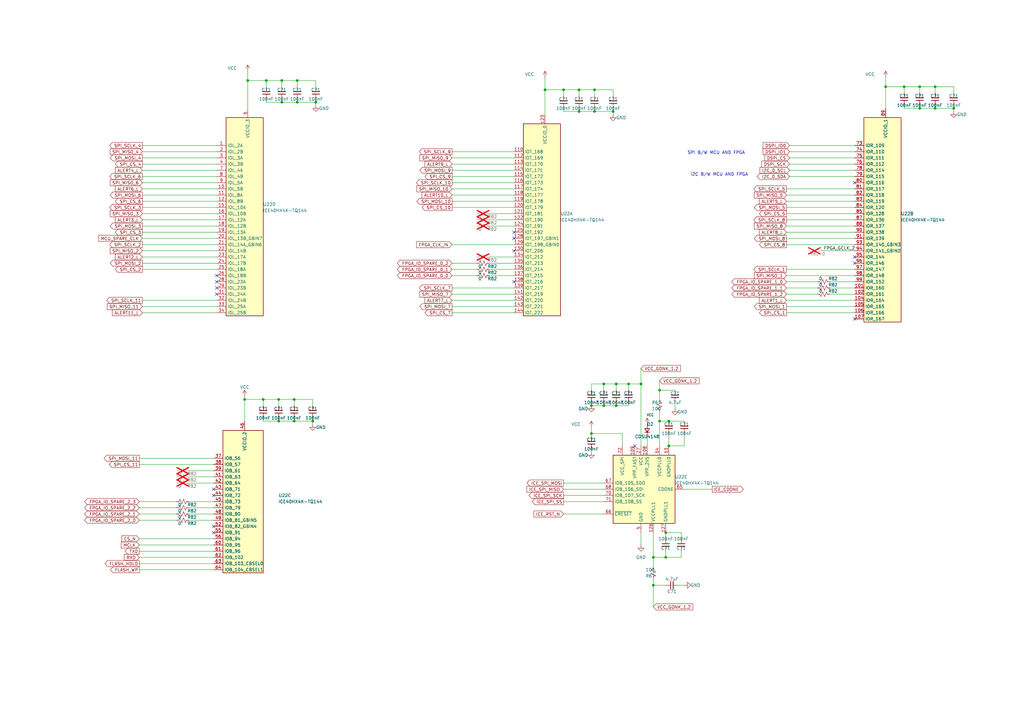
<source format=kicad_sch>
(kicad_sch (version 20230121) (generator eeschema)

  (uuid 19f978fc-c681-4336-aaaa-6262aaa221c1)

  (paper "A3")

  (title_block
    (title "Gonk")
    (date "2023-07-20")
    (rev "P0")
  )

  

  (junction (at 121.92 41.91) (diameter 0) (color 0 0 0 0)
    (uuid 00bf38cc-ca80-4ad1-85f1-148cfd934699)
  )
  (junction (at 252.73 166.37) (diameter 0) (color 0 0 0 0)
    (uuid 0f73f48d-03f3-4398-8d7b-828c5d01a30a)
  )
  (junction (at 115.57 41.91) (diameter 0) (color 0 0 0 0)
    (uuid 235254f3-c52c-4fb1-9c11-c4c145295ff4)
  )
  (junction (at 267.97 240.03) (diameter 0) (color 0 0 0 0)
    (uuid 2572f286-81a4-45d7-a074-e077b9bfd301)
  )
  (junction (at 370.84 35.56) (diameter 0) (color 0 0 0 0)
    (uuid 257a850b-49c8-4d52-b109-6f662c7f0095)
  )
  (junction (at 363.22 35.56) (diameter 0) (color 0 0 0 0)
    (uuid 28b08613-f97b-4217-b215-3eab49f58f5c)
  )
  (junction (at 237.49 45.72) (diameter 0) (color 0 0 0 0)
    (uuid 292b4333-3aa0-475d-bd7d-1476cd0ca836)
  )
  (junction (at 120.65 163.83) (diameter 0) (color 0 0 0 0)
    (uuid 2bcb0632-668b-4ecf-977c-6c3d833da01f)
  )
  (junction (at 270.51 160.02) (diameter 0) (color 0 0 0 0)
    (uuid 32ed1f11-21cc-43e2-b1ab-f3bbda76eb0e)
  )
  (junction (at 262.89 157.48) (diameter 0) (color 0 0 0 0)
    (uuid 40b5b4d8-22e5-40df-889c-dc195df1aaee)
  )
  (junction (at 107.95 163.83) (diameter 0) (color 0 0 0 0)
    (uuid 411a737c-d95c-4c50-88ab-a5ade5357966)
  )
  (junction (at 101.6 33.02) (diameter 0) (color 0 0 0 0)
    (uuid 437a991f-535f-4186-a295-c7147bda6778)
  )
  (junction (at 247.65 166.37) (diameter 0) (color 0 0 0 0)
    (uuid 46653504-c5e7-4175-9a7b-273fd289e2e7)
  )
  (junction (at 115.57 33.02) (diameter 0) (color 0 0 0 0)
    (uuid 4df64345-487e-4825-88ad-2bb48f49c2de)
  )
  (junction (at 267.97 228.6) (diameter 0) (color 0 0 0 0)
    (uuid 59c73844-e231-4365-9816-39bb604b5f34)
  )
  (junction (at 377.19 35.56) (diameter 0) (color 0 0 0 0)
    (uuid 5e372835-46f3-4a7e-afbf-34d891ca077f)
  )
  (junction (at 231.14 36.83) (diameter 0) (color 0 0 0 0)
    (uuid 5f6e7614-a041-4098-8341-8f1632e71285)
  )
  (junction (at 114.3 163.83) (diameter 0) (color 0 0 0 0)
    (uuid 6230457a-3e38-434e-85f5-dad2fb233a52)
  )
  (junction (at 383.54 35.56) (diameter 0) (color 0 0 0 0)
    (uuid 6a4f6aa0-880c-4788-82b6-62ca049c8d4e)
  )
  (junction (at 100.33 163.83) (diameter 0) (color 0 0 0 0)
    (uuid 6bfff3d7-007c-47f9-83da-b19648383dbb)
  )
  (junction (at 251.46 45.72) (diameter 0) (color 0 0 0 0)
    (uuid 776adfdc-dbfa-4834-8fbc-83bbdcab0e73)
  )
  (junction (at 223.52 36.83) (diameter 0) (color 0 0 0 0)
    (uuid 81fb5260-e5a5-4126-9cec-b083ff8a78cc)
  )
  (junction (at 109.22 33.02) (diameter 0) (color 0 0 0 0)
    (uuid 83ca7e8f-0498-4b7c-b09a-0f89abfebe2b)
  )
  (junction (at 243.84 45.72) (diameter 0) (color 0 0 0 0)
    (uuid 88837e4d-6429-4ffe-b1b2-6c9f22d55f71)
  )
  (junction (at 242.57 177.8) (diameter 0) (color 0 0 0 0)
    (uuid 89a91c0a-1b6b-4852-9869-8512987d1645)
  )
  (junction (at 243.84 36.83) (diameter 0) (color 0 0 0 0)
    (uuid 922c9150-a7c0-4cf1-a3ae-21451313efbd)
  )
  (junction (at 270.51 172.72) (diameter 0) (color 0 0 0 0)
    (uuid 9a9be70e-d031-4a50-aa49-4f695e969917)
  )
  (junction (at 120.65 172.72) (diameter 0) (color 0 0 0 0)
    (uuid 9b97d95d-c052-4fe5-a67a-f532d283575a)
  )
  (junction (at 274.32 182.88) (diameter 0) (color 0 0 0 0)
    (uuid a85aa566-6ec1-4db4-989f-87590ac48da9)
  )
  (junction (at 273.05 218.44) (diameter 0) (color 0 0 0 0)
    (uuid abcc6fc3-f50a-4619-a395-5c94de11c022)
  )
  (junction (at 129.54 41.91) (diameter 0) (color 0 0 0 0)
    (uuid ac690172-63b9-4ffd-8eaf-f2e160e02d19)
  )
  (junction (at 121.92 33.02) (diameter 0) (color 0 0 0 0)
    (uuid aceb5d54-1042-4987-9752-c9ce7a900a87)
  )
  (junction (at 114.3 172.72) (diameter 0) (color 0 0 0 0)
    (uuid b0b4e92f-be0d-40b4-9cd7-472e6c65be40)
  )
  (junction (at 391.16 44.45) (diameter 0) (color 0 0 0 0)
    (uuid b8d97df8-8679-4e53-ba91-daa998b5f6b3)
  )
  (junction (at 377.19 44.45) (diameter 0) (color 0 0 0 0)
    (uuid bf7f0564-45f8-41c5-af5d-9874a1795781)
  )
  (junction (at 247.65 157.48) (diameter 0) (color 0 0 0 0)
    (uuid c42db8c1-3b36-47b3-8ec4-42d392777eb9)
  )
  (junction (at 237.49 36.83) (diameter 0) (color 0 0 0 0)
    (uuid d10d0a24-417d-4508-8ac1-41b75419b67c)
  )
  (junction (at 383.54 44.45) (diameter 0) (color 0 0 0 0)
    (uuid ddabfe18-f361-449c-931c-301bb38213dc)
  )
  (junction (at 128.27 172.72) (diameter 0) (color 0 0 0 0)
    (uuid e37aa074-0b74-4bfc-9b8a-7fe68d7dffbc)
  )
  (junction (at 273.05 228.6) (diameter 0) (color 0 0 0 0)
    (uuid e3fe6ce9-bf7b-47d9-840b-d8bb54b79cd4)
  )
  (junction (at 274.32 172.72) (diameter 0) (color 0 0 0 0)
    (uuid ec4469f5-26b1-471e-a1d3-c98a82ef07d7)
  )
  (junction (at 252.73 157.48) (diameter 0) (color 0 0 0 0)
    (uuid edbdd92a-45ed-4d05-bbd6-7711b9933d59)
  )
  (junction (at 242.57 166.37) (diameter 0) (color 0 0 0 0)
    (uuid f13e0186-902e-4d52-b61c-40560c0367c4)
  )
  (junction (at 257.81 157.48) (diameter 0) (color 0 0 0 0)
    (uuid f9f06564-aec7-4764-ad12-5a4029bc65ff)
  )

  (no_connect (at 87.63 203.2) (uuid 0678d187-1daf-46a8-9cb7-995d1a09fc2c))
  (no_connect (at 88.9 115.57) (uuid 1d208dcc-74a9-4789-95fd-a94f1f379575))
  (no_connect (at 350.52 107.95) (uuid 39af60b3-432b-4480-b7d7-d353f60816ba))
  (no_connect (at 87.63 200.66) (uuid 3dc504c9-12f0-4252-9017-c88a44a091e4))
  (no_connect (at 210.82 95.25) (uuid 3e42d75e-243d-4d18-9f5d-6396d1131447))
  (no_connect (at 88.9 113.03) (uuid 41971930-2a56-45ff-8118-99acb1816627))
  (no_connect (at 350.52 130.81) (uuid 54d960d3-d9f0-491b-bdec-7e44065156d4))
  (no_connect (at 88.9 120.65) (uuid 58ce4146-94fb-49af-a932-773eabc6ce87))
  (no_connect (at 88.9 118.11) (uuid 7453de26-f503-4dda-815b-73444ba5fbc5))
  (no_connect (at 87.63 215.9) (uuid 894d359b-8d4f-4d73-a7d2-df3c894a5a18))
  (no_connect (at 350.52 105.41) (uuid 8e914637-1409-49ad-90cd-60031805eebb))
  (no_connect (at 210.82 102.87) (uuid 9bc13590-b144-4515-b0e4-d3ec6c9367d3))
  (no_connect (at 350.52 74.93) (uuid 9e84dd94-0713-4300-94b8-b31d963f00e0))
  (no_connect (at 210.82 115.57) (uuid b74194af-dd34-4dc5-9586-3efbaee0bc66))
  (no_connect (at 260.35 182.88) (uuid b9fce3b2-85bc-438c-b600-c693b31a2b81))
  (no_connect (at 210.82 97.79) (uuid d4cc8bd3-471a-418f-84d2-d21e79fa3e0f))
  (no_connect (at 87.63 218.44) (uuid fdf79a22-91c5-4f35-89ec-33347743d1c3))

  (wire (pts (xy 128.27 173.99) (xy 128.27 172.72))
    (stroke (width 0) (type default))
    (uuid 0029bcde-7a97-4783-996b-c4072e4a5a4a)
  )
  (wire (pts (xy 322.58 90.17) (xy 350.52 90.17))
    (stroke (width 0) (type default))
    (uuid 00a18b1a-a9ca-47ee-a263-6dad1d8cd15f)
  )
  (wire (pts (xy 267.97 240.03) (xy 273.05 240.03))
    (stroke (width 0) (type default))
    (uuid 025e2d4b-2f5a-41e3-8370-b8087f774e92)
  )
  (wire (pts (xy 322.58 85.09) (xy 350.52 85.09))
    (stroke (width 0) (type default))
    (uuid 029d2615-6940-42b0-8075-1502841b5670)
  )
  (wire (pts (xy 370.84 35.56) (xy 377.19 35.56))
    (stroke (width 0) (type default))
    (uuid 03cac1da-4787-4fdd-9e81-90a63f1a427f)
  )
  (wire (pts (xy 200.66 113.03) (xy 210.82 113.03))
    (stroke (width 0) (type default))
    (uuid 04c466f0-d282-4fb8-bbdb-b7d9a4149e33)
  )
  (wire (pts (xy 57.15 220.98) (xy 87.63 220.98))
    (stroke (width 0) (type default))
    (uuid 052fee80-f18c-4244-b4eb-1c92774fc1d7)
  )
  (wire (pts (xy 231.14 200.66) (xy 247.65 200.66))
    (stroke (width 0) (type default))
    (uuid 05f64aec-ac06-4941-b887-6c0b8a00f1ab)
  )
  (wire (pts (xy 242.57 177.8) (xy 255.27 177.8))
    (stroke (width 0) (type default))
    (uuid 063d59e7-76f8-4826-b77a-b929f9d6d64d)
  )
  (wire (pts (xy 270.51 160.02) (xy 270.51 163.83))
    (stroke (width 0) (type default))
    (uuid 06d72900-8571-448b-9aec-235780df9f39)
  )
  (wire (pts (xy 114.3 172.72) (xy 120.65 172.72))
    (stroke (width 0) (type default))
    (uuid 08bb75ac-38bd-4266-9e0b-75bdd2514bad)
  )
  (wire (pts (xy 340.36 115.57) (xy 350.52 115.57))
    (stroke (width 0) (type default))
    (uuid 0a14772f-5965-4147-b152-05c1ebc9a97c)
  )
  (wire (pts (xy 58.42 59.69) (xy 88.9 59.69))
    (stroke (width 0) (type default))
    (uuid 0b525017-86fb-4f8f-b0a7-74cee278e246)
  )
  (wire (pts (xy 242.57 184.15) (xy 242.57 185.42))
    (stroke (width 0) (type default))
    (uuid 0ce1f473-f3a1-4483-b68f-ce3257a546ad)
  )
  (wire (pts (xy 370.84 43.18) (xy 370.84 44.45))
    (stroke (width 0) (type default))
    (uuid 0d28d400-9d5a-4dc9-8178-b580074ea782)
  )
  (wire (pts (xy 109.22 41.91) (xy 115.57 41.91))
    (stroke (width 0) (type default))
    (uuid 0d2f0162-48a3-4d72-a26a-d5ee1734a476)
  )
  (wire (pts (xy 109.22 33.02) (xy 109.22 35.56))
    (stroke (width 0) (type default))
    (uuid 0d819900-a6f5-4377-8e29-24dd98c4900a)
  )
  (wire (pts (xy 58.42 105.41) (xy 88.9 105.41))
    (stroke (width 0) (type default))
    (uuid 0d8e8c2b-f0cc-4200-8166-a3c08b3dfaf7)
  )
  (wire (pts (xy 243.84 36.83) (xy 243.84 39.37))
    (stroke (width 0) (type default))
    (uuid 0ef9e486-f9e7-4958-89f8-6e42935ecaab)
  )
  (wire (pts (xy 242.57 157.48) (xy 247.65 157.48))
    (stroke (width 0) (type default))
    (uuid 0f3e68d1-399b-4a53-aec5-a409e99e39bf)
  )
  (wire (pts (xy 185.42 72.39) (xy 210.82 72.39))
    (stroke (width 0) (type default))
    (uuid 100a20c5-716a-47c8-a137-71f38a0acdb2)
  )
  (wire (pts (xy 279.4 218.44) (xy 273.05 218.44))
    (stroke (width 0) (type default))
    (uuid 1036d7bc-d1fc-4bbf-96f8-ad8e431a28ec)
  )
  (wire (pts (xy 247.65 165.1) (xy 247.65 166.37))
    (stroke (width 0) (type default))
    (uuid 108767fc-5bee-4ad8-b356-39a734fe165e)
  )
  (wire (pts (xy 58.42 97.79) (xy 88.9 97.79))
    (stroke (width 0) (type default))
    (uuid 10f584b2-aab6-48c1-8fec-106cc42e4f03)
  )
  (wire (pts (xy 323.85 69.85) (xy 350.52 69.85))
    (stroke (width 0) (type default))
    (uuid 16697ce0-13b6-4174-ba02-05873c86034f)
  )
  (wire (pts (xy 185.42 100.33) (xy 210.82 100.33))
    (stroke (width 0) (type default))
    (uuid 16af93d7-62a0-4d1e-9ea5-620e286c815c)
  )
  (wire (pts (xy 280.67 200.66) (xy 292.1 200.66))
    (stroke (width 0) (type default))
    (uuid 174286e2-817a-4ebc-98f7-7a7b4b8590f7)
  )
  (wire (pts (xy 120.65 172.72) (xy 128.27 172.72))
    (stroke (width 0) (type default))
    (uuid 17fb00bd-89e6-4f03-92ed-0009831ce3f3)
  )
  (wire (pts (xy 323.85 62.23) (xy 350.52 62.23))
    (stroke (width 0) (type default))
    (uuid 183fd6d5-70aa-4695-8e7d-c415ea680944)
  )
  (wire (pts (xy 129.54 33.02) (xy 121.92 33.02))
    (stroke (width 0) (type default))
    (uuid 18420acf-3c6c-417b-9e51-9cd5e3cb4d3d)
  )
  (wire (pts (xy 237.49 44.45) (xy 237.49 45.72))
    (stroke (width 0) (type default))
    (uuid 1858d5fc-e6f4-46eb-aaa8-96603a409509)
  )
  (wire (pts (xy 322.58 82.55) (xy 350.52 82.55))
    (stroke (width 0) (type default))
    (uuid 188d06e1-a651-4477-aabc-009c0a2f61b5)
  )
  (wire (pts (xy 276.86 165.1) (xy 276.86 167.64))
    (stroke (width 0) (type default))
    (uuid 197371d8-07c1-4aa9-8e4c-c55cdb232e92)
  )
  (wire (pts (xy 255.27 177.8) (xy 255.27 182.88))
    (stroke (width 0) (type default))
    (uuid 1b33b67b-d926-4db5-9dc6-51b1724b862c)
  )
  (wire (pts (xy 107.95 163.83) (xy 107.95 166.37))
    (stroke (width 0) (type default))
    (uuid 1e62025a-dbc4-445f-aef4-b09046d45dcf)
  )
  (wire (pts (xy 323.85 67.31) (xy 350.52 67.31))
    (stroke (width 0) (type default))
    (uuid 1eab8bcd-1ed0-49d4-a9ca-fa90eb857939)
  )
  (wire (pts (xy 251.46 36.83) (xy 243.84 36.83))
    (stroke (width 0) (type default))
    (uuid 1f39f0b9-1069-4011-adb9-063818bd284e)
  )
  (wire (pts (xy 57.15 208.28) (xy 72.39 208.28))
    (stroke (width 0) (type default))
    (uuid 208844de-3676-439d-a4ff-202c101fd737)
  )
  (wire (pts (xy 231.14 198.12) (xy 247.65 198.12))
    (stroke (width 0) (type default))
    (uuid 2194add0-ac95-4bd0-bdeb-17d80f30fa8d)
  )
  (wire (pts (xy 58.42 62.23) (xy 88.9 62.23))
    (stroke (width 0) (type default))
    (uuid 2265b769-3c34-4910-a18b-617afcf46626)
  )
  (wire (pts (xy 58.42 92.71) (xy 88.9 92.71))
    (stroke (width 0) (type default))
    (uuid 2295d058-f33b-4dde-a3bf-35908c1bdda7)
  )
  (wire (pts (xy 231.14 36.83) (xy 231.14 39.37))
    (stroke (width 0) (type default))
    (uuid 235f8464-5ebd-4f1c-9109-1d8b2649636d)
  )
  (wire (pts (xy 129.54 43.18) (xy 129.54 41.91))
    (stroke (width 0) (type default))
    (uuid 24e39fe7-76fd-4425-bea5-3353731e78d9)
  )
  (wire (pts (xy 121.92 40.64) (xy 121.92 41.91))
    (stroke (width 0) (type default))
    (uuid 26ed8c16-c10f-486b-82df-23c99181a062)
  )
  (wire (pts (xy 57.15 233.68) (xy 87.63 233.68))
    (stroke (width 0) (type default))
    (uuid 26ee5d57-7c8c-430e-bc26-90040124ea0a)
  )
  (wire (pts (xy 109.22 33.02) (xy 115.57 33.02))
    (stroke (width 0) (type default))
    (uuid 2767a744-c0d8-4ca8-b725-b482c08fb2c2)
  )
  (wire (pts (xy 370.84 35.56) (xy 370.84 38.1))
    (stroke (width 0) (type default))
    (uuid 27899f2f-b28d-4e32-ae68-9838af33def8)
  )
  (wire (pts (xy 200.66 87.63) (xy 210.82 87.63))
    (stroke (width 0) (type default))
    (uuid 27c3a091-baf1-403d-ab34-838a828f9142)
  )
  (wire (pts (xy 252.73 166.37) (xy 247.65 166.37))
    (stroke (width 0) (type default))
    (uuid 2835618d-5905-4c07-93ae-caafada5933a)
  )
  (wire (pts (xy 242.57 160.02) (xy 242.57 157.48))
    (stroke (width 0) (type default))
    (uuid 2b4ee7ec-632b-40c5-bb47-f69faa5a3b3f)
  )
  (wire (pts (xy 383.54 43.18) (xy 383.54 44.45))
    (stroke (width 0) (type default))
    (uuid 2b8909cc-b88f-4f8d-849b-36eba9c407cb)
  )
  (wire (pts (xy 274.32 177.8) (xy 274.32 182.88))
    (stroke (width 0) (type default))
    (uuid 2bf24259-7178-46d1-a936-78a162a842fe)
  )
  (wire (pts (xy 231.14 203.2) (xy 247.65 203.2))
    (stroke (width 0) (type default))
    (uuid 2daa62df-3a9c-4b87-a487-33ef6ec9d7a7)
  )
  (wire (pts (xy 335.28 118.11) (xy 322.58 118.11))
    (stroke (width 0) (type default))
    (uuid 2e29a2c4-57ba-43e0-8c91-0088f19ff09f)
  )
  (wire (pts (xy 128.27 163.83) (xy 120.65 163.83))
    (stroke (width 0) (type default))
    (uuid 2f5b9c52-f89f-4767-a835-0b247bee88b5)
  )
  (wire (pts (xy 252.73 157.48) (xy 252.73 160.02))
    (stroke (width 0) (type default))
    (uuid 2feb79a9-78a1-4359-a53e-cfb0b1eef57d)
  )
  (wire (pts (xy 251.46 45.72) (xy 251.46 44.45))
    (stroke (width 0) (type default))
    (uuid 32e3a007-7067-4f3d-9c00-ea2962e45657)
  )
  (wire (pts (xy 231.14 210.82) (xy 247.65 210.82))
    (stroke (width 0) (type default))
    (uuid 350495af-f895-433a-99b9-d3750502a465)
  )
  (wire (pts (xy 58.42 69.85) (xy 88.9 69.85))
    (stroke (width 0) (type default))
    (uuid 36048b8c-5c3b-44e3-aa94-3d80f6ccb999)
  )
  (wire (pts (xy 322.58 128.27) (xy 350.52 128.27))
    (stroke (width 0) (type default))
    (uuid 36860811-30e1-41a3-ac0c-a78b92b2d692)
  )
  (wire (pts (xy 231.14 205.74) (xy 247.65 205.74))
    (stroke (width 0) (type default))
    (uuid 36ea8176-bd34-4a35-9471-e1eb2018c6e0)
  )
  (wire (pts (xy 391.16 38.1) (xy 391.16 35.56))
    (stroke (width 0) (type default))
    (uuid 37a5bdf5-4c0d-474c-8896-0929167eeaa2)
  )
  (wire (pts (xy 243.84 44.45) (xy 243.84 45.72))
    (stroke (width 0) (type default))
    (uuid 3e16ddb8-52a2-4bdb-b19b-b679be9cdff6)
  )
  (wire (pts (xy 185.42 123.19) (xy 210.82 123.19))
    (stroke (width 0) (type default))
    (uuid 3ef3fa18-9380-46e1-94f5-09783515f355)
  )
  (wire (pts (xy 383.54 35.56) (xy 383.54 38.1))
    (stroke (width 0) (type default))
    (uuid 4225a858-33e8-4122-a72a-de6a7434530b)
  )
  (wire (pts (xy 58.42 100.33) (xy 88.9 100.33))
    (stroke (width 0) (type default))
    (uuid 444ba33e-7859-46e7-8bc1-2e1405c71891)
  )
  (wire (pts (xy 101.6 33.02) (xy 109.22 33.02))
    (stroke (width 0) (type default))
    (uuid 45485b94-fd47-4c5f-901a-fc0012804c40)
  )
  (wire (pts (xy 58.42 74.93) (xy 88.9 74.93))
    (stroke (width 0) (type default))
    (uuid 45a5f688-2829-4e62-bec3-54a1e6bff691)
  )
  (wire (pts (xy 252.73 157.48) (xy 257.81 157.48))
    (stroke (width 0) (type default))
    (uuid 4ab160eb-bc18-4bf8-94f5-8d211ed8467b)
  )
  (wire (pts (xy 195.58 113.03) (xy 185.42 113.03))
    (stroke (width 0) (type default))
    (uuid 4addcdf8-a4ce-4f4f-a0f0-14efd815a15d)
  )
  (wire (pts (xy 128.27 172.72) (xy 128.27 171.45))
    (stroke (width 0) (type default))
    (uuid 504f8074-e33f-4b9e-8239-802d4e8f8567)
  )
  (wire (pts (xy 247.65 157.48) (xy 252.73 157.48))
    (stroke (width 0) (type default))
    (uuid 51754617-a393-4bbe-a40b-9a5e44e6d445)
  )
  (wire (pts (xy 58.42 85.09) (xy 88.9 85.09))
    (stroke (width 0) (type default))
    (uuid 519a1244-f589-4e2b-b01e-4d0a71775889)
  )
  (wire (pts (xy 262.89 151.13) (xy 262.89 157.48))
    (stroke (width 0) (type default))
    (uuid 51e35635-cb91-4345-89c6-f114afa02e9b)
  )
  (wire (pts (xy 322.58 100.33) (xy 350.52 100.33))
    (stroke (width 0) (type default))
    (uuid 562555b3-5e1b-4781-818b-44fc9396a297)
  )
  (wire (pts (xy 273.05 226.06) (xy 273.05 228.6))
    (stroke (width 0) (type default))
    (uuid 5815640e-4ef0-4aa6-869d-47d7ce744a09)
  )
  (wire (pts (xy 391.16 45.72) (xy 391.16 44.45))
    (stroke (width 0) (type default))
    (uuid 5a99c7b3-05d9-4142-921a-9474bb93ae0f)
  )
  (wire (pts (xy 200.66 110.49) (xy 210.82 110.49))
    (stroke (width 0) (type default))
    (uuid 5ac7e3ef-504d-4a93-88be-d07cb0c9839c)
  )
  (wire (pts (xy 57.15 213.36) (xy 72.39 213.36))
    (stroke (width 0) (type default))
    (uuid 5ba5752f-a6ad-4a80-abea-efe65af0150e)
  )
  (wire (pts (xy 58.42 95.25) (xy 88.9 95.25))
    (stroke (width 0) (type default))
    (uuid 5d22eb50-a771-48e3-9e6b-0b2aacedb60c)
  )
  (wire (pts (xy 57.15 231.14) (xy 87.63 231.14))
    (stroke (width 0) (type default))
    (uuid 5df9e080-905b-485a-8f07-b7f34f864f1a)
  )
  (wire (pts (xy 57.15 205.74) (xy 72.39 205.74))
    (stroke (width 0) (type default))
    (uuid 5e229da1-339a-46f5-8dbf-4e63d9951917)
  )
  (wire (pts (xy 121.92 41.91) (xy 129.54 41.91))
    (stroke (width 0) (type default))
    (uuid 5e97d9ec-57f7-405a-9d7b-9b110527f33d)
  )
  (wire (pts (xy 322.58 113.03) (xy 350.52 113.03))
    (stroke (width 0) (type default))
    (uuid 5ef65ce8-7ea0-4ff6-9455-dafde3efc2af)
  )
  (wire (pts (xy 109.22 40.64) (xy 109.22 41.91))
    (stroke (width 0) (type default))
    (uuid 5efae9d8-bcd0-4dbe-b3d3-479ce4128b9b)
  )
  (wire (pts (xy 322.58 87.63) (xy 350.52 87.63))
    (stroke (width 0) (type default))
    (uuid 62b531af-0a19-42e1-a4c6-2c905f8ce867)
  )
  (wire (pts (xy 115.57 41.91) (xy 121.92 41.91))
    (stroke (width 0) (type default))
    (uuid 655c5076-0ee4-4bcc-b027-695c930fc2f7)
  )
  (wire (pts (xy 336.55 102.87) (xy 350.52 102.87))
    (stroke (width 0) (type default))
    (uuid 6675b823-466a-4f4f-88b2-8cacce07afc9)
  )
  (wire (pts (xy 58.42 128.27) (xy 88.9 128.27))
    (stroke (width 0) (type default))
    (uuid 678350cc-640e-497c-b3b6-82b4cec4d282)
  )
  (wire (pts (xy 58.42 87.63) (xy 88.9 87.63))
    (stroke (width 0) (type default))
    (uuid 69274423-ab14-4f5c-bed4-d68208b15e3d)
  )
  (wire (pts (xy 185.42 120.65) (xy 210.82 120.65))
    (stroke (width 0) (type default))
    (uuid 698f319b-3cb4-46a0-ba86-fd0175430a7a)
  )
  (wire (pts (xy 262.89 157.48) (xy 262.89 182.88))
    (stroke (width 0) (type default))
    (uuid 6a6a6113-ccff-4d03-b4b6-842a9e1a010b)
  )
  (wire (pts (xy 247.65 157.48) (xy 247.65 160.02))
    (stroke (width 0) (type default))
    (uuid 6f0b2fd3-3d58-4058-bf34-926fc0629d6b)
  )
  (wire (pts (xy 242.57 166.37) (xy 242.57 165.1))
    (stroke (width 0) (type default))
    (uuid 6f6b0ec0-bb7a-4aff-92dd-3c7d1cfb6492)
  )
  (wire (pts (xy 322.58 95.25) (xy 350.52 95.25))
    (stroke (width 0) (type default))
    (uuid 7003fd69-f35e-4ec1-a6ac-941915d3327d)
  )
  (wire (pts (xy 231.14 36.83) (xy 237.49 36.83))
    (stroke (width 0) (type default))
    (uuid 722b453f-f56e-49e1-b7f7-de03f7883676)
  )
  (wire (pts (xy 377.19 44.45) (xy 383.54 44.45))
    (stroke (width 0) (type default))
    (uuid 749b13a4-30be-4687-8069-f46bf817bb90)
  )
  (wire (pts (xy 185.42 64.77) (xy 210.82 64.77))
    (stroke (width 0) (type default))
    (uuid 7591a68c-080d-41d8-a2dc-6a5a69c23da0)
  )
  (wire (pts (xy 223.52 31.75) (xy 223.52 36.83))
    (stroke (width 0) (type default))
    (uuid 7812d918-884a-4e16-acfc-28c817e019d3)
  )
  (wire (pts (xy 322.58 97.79) (xy 350.52 97.79))
    (stroke (width 0) (type default))
    (uuid 7996da14-b135-4188-9b14-53ef20da7c5d)
  )
  (wire (pts (xy 185.42 118.11) (xy 210.82 118.11))
    (stroke (width 0) (type default))
    (uuid 7a1aae6c-6553-4d62-b48c-5db4b2c85605)
  )
  (wire (pts (xy 57.15 223.52) (xy 87.63 223.52))
    (stroke (width 0) (type default))
    (uuid 7a34bea5-cea6-4ba0-a015-186855a073dd)
  )
  (wire (pts (xy 200.66 105.41) (xy 210.82 105.41))
    (stroke (width 0) (type default))
    (uuid 7a3ec035-c6f0-463d-83cd-74c7469bb9ca)
  )
  (wire (pts (xy 129.54 41.91) (xy 129.54 40.64))
    (stroke (width 0) (type default))
    (uuid 7a494cf8-e42b-46a3-a8c0-0867538dc0bc)
  )
  (wire (pts (xy 100.33 162.56) (xy 100.33 163.83))
    (stroke (width 0) (type default))
    (uuid 7ef54f09-deb5-4e5f-bc41-c5157babf511)
  )
  (wire (pts (xy 237.49 45.72) (xy 243.84 45.72))
    (stroke (width 0) (type default))
    (uuid 7f448324-3ff0-446e-9d2d-6547b2143ce9)
  )
  (wire (pts (xy 77.47 208.28) (xy 87.63 208.28))
    (stroke (width 0) (type default))
    (uuid 7fd2e375-9ce1-4e11-a836-d8d82f383205)
  )
  (wire (pts (xy 267.97 237.49) (xy 267.97 240.03))
    (stroke (width 0) (type default))
    (uuid 870b88eb-68ec-4aa3-b73c-08f6edc81411)
  )
  (wire (pts (xy 101.6 29.21) (xy 101.6 33.02))
    (stroke (width 0) (type default))
    (uuid 87c30c07-0d36-4e01-b608-764d905ba7ba)
  )
  (wire (pts (xy 114.3 163.83) (xy 120.65 163.83))
    (stroke (width 0) (type default))
    (uuid 87ce6404-c5b1-4343-a05d-6f2e45737743)
  )
  (wire (pts (xy 257.81 157.48) (xy 257.81 160.02))
    (stroke (width 0) (type default))
    (uuid 8827edeb-4030-4205-b08b-084b0f3efb60)
  )
  (wire (pts (xy 242.57 179.07) (xy 242.57 177.8))
    (stroke (width 0) (type default))
    (uuid 88ada73e-ef49-4d46-b713-78ad621cbd28)
  )
  (wire (pts (xy 185.42 85.09) (xy 210.82 85.09))
    (stroke (width 0) (type default))
    (uuid 8a88c986-f9a8-418b-98c3-82ef4aced344)
  )
  (wire (pts (xy 363.22 35.56) (xy 363.22 44.45))
    (stroke (width 0) (type default))
    (uuid 8ab0ed14-d943-4bf3-ae6f-0c2e12deb150)
  )
  (wire (pts (xy 231.14 45.72) (xy 237.49 45.72))
    (stroke (width 0) (type default))
    (uuid 8b9b0168-9a4c-4803-a396-e006bc9c9c99)
  )
  (wire (pts (xy 115.57 40.64) (xy 115.57 41.91))
    (stroke (width 0) (type default))
    (uuid 8bfb5c1c-40b8-4582-add6-9974d550d0f1)
  )
  (wire (pts (xy 223.52 36.83) (xy 231.14 36.83))
    (stroke (width 0) (type default))
    (uuid 8f3f46be-6f3c-4cdb-ab3c-bfa6c9e382f7)
  )
  (wire (pts (xy 323.85 59.69) (xy 350.52 59.69))
    (stroke (width 0) (type default))
    (uuid 8f614eca-6c67-4e51-b6b3-01796c1178f5)
  )
  (wire (pts (xy 200.66 90.17) (xy 210.82 90.17))
    (stroke (width 0) (type default))
    (uuid 9050c2d0-3589-457c-9b1f-5ac82d821a55)
  )
  (wire (pts (xy 267.97 232.41) (xy 267.97 228.6))
    (stroke (width 0) (type default))
    (uuid 90fa39b9-c8c5-47e2-b81a-6cfc5647dfaf)
  )
  (wire (pts (xy 58.42 90.17) (xy 88.9 90.17))
    (stroke (width 0) (type default))
    (uuid 9176f632-a2bc-4194-a0ae-f2cba37c70d3)
  )
  (wire (pts (xy 57.15 226.06) (xy 87.63 226.06))
    (stroke (width 0) (type default))
    (uuid 93d5e34a-a997-48c2-8c13-3b38c9d62cd5)
  )
  (wire (pts (xy 391.16 35.56) (xy 383.54 35.56))
    (stroke (width 0) (type default))
    (uuid 947273b5-9d8c-4726-8a5b-e742020757c5)
  )
  (wire (pts (xy 323.85 64.77) (xy 350.52 64.77))
    (stroke (width 0) (type default))
    (uuid 94f62453-6779-45a5-8811-2a6f21bb823b)
  )
  (wire (pts (xy 323.85 72.39) (xy 350.52 72.39))
    (stroke (width 0) (type default))
    (uuid 95573a33-16e9-4fe0-8780-6f3a08150644)
  )
  (wire (pts (xy 231.14 44.45) (xy 231.14 45.72))
    (stroke (width 0) (type default))
    (uuid 95cae948-5091-4039-bcea-1e274bc31f97)
  )
  (wire (pts (xy 280.67 182.88) (xy 274.32 182.88))
    (stroke (width 0) (type default))
    (uuid 971ba959-2a28-49b5-9c2b-b8b95caad318)
  )
  (wire (pts (xy 274.32 172.72) (xy 280.67 172.72))
    (stroke (width 0) (type default))
    (uuid 99f52f82-5d69-442c-bcdf-68d1c5b9c6cf)
  )
  (wire (pts (xy 270.51 168.91) (xy 270.51 172.72))
    (stroke (width 0) (type default))
    (uuid 9d980281-0558-47c7-98eb-1c53b456513f)
  )
  (wire (pts (xy 370.84 44.45) (xy 377.19 44.45))
    (stroke (width 0) (type default))
    (uuid 9decf421-7b38-48b1-8abd-277011c77420)
  )
  (wire (pts (xy 223.52 36.83) (xy 223.52 46.99))
    (stroke (width 0) (type default))
    (uuid 9e0ce04c-322c-49c6-a2d0-e5d3e4223cfc)
  )
  (wire (pts (xy 100.33 163.83) (xy 107.95 163.83))
    (stroke (width 0) (type default))
    (uuid a0757bb0-be12-4af2-894b-c5fc807c545e)
  )
  (wire (pts (xy 77.47 195.58) (xy 87.63 195.58))
    (stroke (width 0) (type default))
    (uuid a0f02758-8589-41d0-ad2d-5b6af3ee22ac)
  )
  (wire (pts (xy 58.42 110.49) (xy 88.9 110.49))
    (stroke (width 0) (type default))
    (uuid a217048f-6e47-4e6d-bfba-ed40b224aa0d)
  )
  (wire (pts (xy 58.42 123.19) (xy 88.9 123.19))
    (stroke (width 0) (type default))
    (uuid a237bff6-f7aa-4f8e-974f-de2fa6efea94)
  )
  (wire (pts (xy 278.13 240.03) (xy 280.67 240.03))
    (stroke (width 0) (type default))
    (uuid a3ccda4c-0b4d-4230-916e-cecb8f3f6577)
  )
  (wire (pts (xy 58.42 77.47) (xy 88.9 77.47))
    (stroke (width 0) (type default))
    (uuid a4408b50-7f84-421f-82d9-4897812b85bd)
  )
  (wire (pts (xy 58.42 102.87) (xy 88.9 102.87))
    (stroke (width 0) (type default))
    (uuid a5b16205-6879-4a95-b598-60495aa95d51)
  )
  (wire (pts (xy 57.15 187.96) (xy 87.63 187.96))
    (stroke (width 0) (type default))
    (uuid a779017d-379b-4635-9b31-970d8095f7bf)
  )
  (wire (pts (xy 120.65 163.83) (xy 120.65 166.37))
    (stroke (width 0) (type default))
    (uuid aa3570a9-b0f8-4914-bf6f-98e24d864d9d)
  )
  (wire (pts (xy 280.67 177.8) (xy 280.67 182.88))
    (stroke (width 0) (type default))
    (uuid abaf4812-76a9-486f-ab9b-9bfeb5d1e1b5)
  )
  (wire (pts (xy 101.6 33.02) (xy 101.6 44.45))
    (stroke (width 0) (type default))
    (uuid ac3531a9-4dac-479e-987d-efe36190ce23)
  )
  (wire (pts (xy 121.92 33.02) (xy 121.92 35.56))
    (stroke (width 0) (type default))
    (uuid ad7a7fe9-723b-455e-b024-817a3f1b580e)
  )
  (wire (pts (xy 340.36 120.65) (xy 350.52 120.65))
    (stroke (width 0) (type default))
    (uuid ae5b86a1-cc48-465b-83b5-9ffa54b81ece)
  )
  (wire (pts (xy 185.42 125.73) (xy 210.82 125.73))
    (stroke (width 0) (type default))
    (uuid b2709c47-e5ac-410e-a447-4ce7e89152ec)
  )
  (wire (pts (xy 322.58 110.49) (xy 350.52 110.49))
    (stroke (width 0) (type default))
    (uuid b2eec9c7-600f-41c8-8e27-1a9af4fbe827)
  )
  (wire (pts (xy 77.47 210.82) (xy 87.63 210.82))
    (stroke (width 0) (type default))
    (uuid b36672c4-3d9b-4d51-8eb2-619a1650a1ef)
  )
  (wire (pts (xy 185.42 82.55) (xy 210.82 82.55))
    (stroke (width 0) (type default))
    (uuid b4301e0a-c4f6-4793-b779-182df5464913)
  )
  (wire (pts (xy 257.81 157.48) (xy 262.89 157.48))
    (stroke (width 0) (type default))
    (uuid b51b0f93-3be3-44c6-ae21-22138026d61f)
  )
  (wire (pts (xy 129.54 35.56) (xy 129.54 33.02))
    (stroke (width 0) (type default))
    (uuid b87ac67f-57c4-4e53-8c8e-002ec965198d)
  )
  (wire (pts (xy 279.4 218.44) (xy 279.4 220.98))
    (stroke (width 0) (type default))
    (uuid b8b38845-608a-4207-827a-68e750ea17d7)
  )
  (wire (pts (xy 257.81 165.1) (xy 257.81 166.37))
    (stroke (width 0) (type default))
    (uuid baa5b2b3-e05e-460b-9c7f-2fff34349a48)
  )
  (wire (pts (xy 242.57 166.37) (xy 247.65 166.37))
    (stroke (width 0) (type default))
    (uuid bab7f28b-f18b-4d3d-996c-0d5ecb93f290)
  )
  (wire (pts (xy 58.42 72.39) (xy 88.9 72.39))
    (stroke (width 0) (type default))
    (uuid bd46159d-f120-4cfd-971f-5f673de74054)
  )
  (wire (pts (xy 77.47 213.36) (xy 87.63 213.36))
    (stroke (width 0) (type default))
    (uuid be738504-69e1-49cf-83e9-93f81ac561d1)
  )
  (wire (pts (xy 273.05 228.6) (xy 279.4 228.6))
    (stroke (width 0) (type default))
    (uuid be962d11-7c7c-4984-a127-4ae5135755cf)
  )
  (wire (pts (xy 242.57 175.26) (xy 242.57 177.8))
    (stroke (width 0) (type default))
    (uuid bf26015d-9658-438c-8691-b6edff1dcd49)
  )
  (wire (pts (xy 77.47 198.12) (xy 87.63 198.12))
    (stroke (width 0) (type default))
    (uuid bf5244af-31c5-4273-b838-9ae5b738aeb8)
  )
  (wire (pts (xy 270.51 172.72) (xy 274.32 172.72))
    (stroke (width 0) (type default))
    (uuid bf870378-47a7-4716-8eec-21985eb98ba9)
  )
  (wire (pts (xy 100.33 163.83) (xy 100.33 172.72))
    (stroke (width 0) (type default))
    (uuid c15639c9-a7a7-46a2-aa32-20edc9033bb5)
  )
  (wire (pts (xy 391.16 44.45) (xy 391.16 43.18))
    (stroke (width 0) (type default))
    (uuid c1b3a1ce-97f4-4f0d-9b3f-47e12aa90400)
  )
  (wire (pts (xy 262.89 218.44) (xy 262.89 223.52))
    (stroke (width 0) (type default))
    (uuid c3520ad0-c957-4f14-aa35-554fc37900b2)
  )
  (wire (pts (xy 322.58 80.01) (xy 350.52 80.01))
    (stroke (width 0) (type default))
    (uuid c4787952-24dc-4d97-b7bb-a3b6de76a550)
  )
  (wire (pts (xy 279.4 226.06) (xy 279.4 228.6))
    (stroke (width 0) (type default))
    (uuid c47ba56c-b077-44d9-90e6-b68378081f3c)
  )
  (wire (pts (xy 195.58 110.49) (xy 185.42 110.49))
    (stroke (width 0) (type default))
    (uuid c63f188e-5f1d-4fd6-9f66-2962b9a6e558)
  )
  (wire (pts (xy 58.42 82.55) (xy 88.9 82.55))
    (stroke (width 0) (type default))
    (uuid c6500d37-5734-4215-bc49-d4e42d3a7f38)
  )
  (wire (pts (xy 115.57 33.02) (xy 115.57 35.56))
    (stroke (width 0) (type default))
    (uuid c6f26c50-eaf1-4c32-a8af-493966e22fdf)
  )
  (wire (pts (xy 58.42 80.01) (xy 88.9 80.01))
    (stroke (width 0) (type default))
    (uuid c72c21df-0794-4073-a04d-a64beaba65fd)
  )
  (wire (pts (xy 185.42 128.27) (xy 210.82 128.27))
    (stroke (width 0) (type default))
    (uuid c84484c5-19ec-40f8-9ca0-81982255a50b)
  )
  (wire (pts (xy 322.58 77.47) (xy 350.52 77.47))
    (stroke (width 0) (type default))
    (uuid c89c11b9-cee0-446d-8b95-0bf9ee34c62c)
  )
  (wire (pts (xy 377.19 35.56) (xy 377.19 38.1))
    (stroke (width 0) (type default))
    (uuid c9720963-d002-4b79-9681-2c04c80868d4)
  )
  (wire (pts (xy 270.51 156.21) (xy 270.51 160.02))
    (stroke (width 0) (type default))
    (uuid cc2dca87-07ee-4fc8-b995-ef3546b25ce2)
  )
  (wire (pts (xy 185.42 69.85) (xy 210.82 69.85))
    (stroke (width 0) (type default))
    (uuid cc2dcdd5-ad65-437f-9635-34e67a23cadd)
  )
  (wire (pts (xy 57.15 190.5) (xy 87.63 190.5))
    (stroke (width 0) (type default))
    (uuid ce210ace-d22c-49ed-b74a-7eb4461428d1)
  )
  (wire (pts (xy 58.42 67.31) (xy 88.9 67.31))
    (stroke (width 0) (type default))
    (uuid cfe30040-acb8-46aa-aa11-7d6a49b431f7)
  )
  (wire (pts (xy 377.19 35.56) (xy 383.54 35.56))
    (stroke (width 0) (type default))
    (uuid d1579ccd-83b9-48d4-b25c-2aac0d2be390)
  )
  (wire (pts (xy 322.58 123.19) (xy 350.52 123.19))
    (stroke (width 0) (type default))
    (uuid d1c6d14c-b938-4e08-8508-e69764c525b6)
  )
  (wire (pts (xy 322.58 92.71) (xy 350.52 92.71))
    (stroke (width 0) (type default))
    (uuid d1f63403-855c-4cb7-b504-e62e1ae75c00)
  )
  (wire (pts (xy 377.19 43.18) (xy 377.19 44.45))
    (stroke (width 0) (type default))
    (uuid d318b9df-9708-4780-b18e-e7c7288869f8)
  )
  (wire (pts (xy 251.46 39.37) (xy 251.46 36.83))
    (stroke (width 0) (type default))
    (uuid d31b43bb-ee92-45e4-962b-bf8cad2d734d)
  )
  (wire (pts (xy 251.46 46.99) (xy 251.46 45.72))
    (stroke (width 0) (type default))
    (uuid d445dc22-f445-49d0-bbc6-cc5f9837ef2b)
  )
  (wire (pts (xy 58.42 125.73) (xy 88.9 125.73))
    (stroke (width 0) (type default))
    (uuid d60ab618-5e05-4980-ae91-35a6d4e43155)
  )
  (wire (pts (xy 57.15 210.82) (xy 72.39 210.82))
    (stroke (width 0) (type default))
    (uuid d73a2763-4970-457f-aaa2-8ae458614034)
  )
  (wire (pts (xy 185.42 74.93) (xy 210.82 74.93))
    (stroke (width 0) (type default))
    (uuid d8db6f0e-a39c-432b-a3c5-b57a8a4e2be7)
  )
  (wire (pts (xy 107.95 163.83) (xy 114.3 163.83))
    (stroke (width 0) (type default))
    (uuid dca8d27c-5820-4fd3-81b5-8cbc4101f48f)
  )
  (wire (pts (xy 267.97 240.03) (xy 267.97 248.92))
    (stroke (width 0) (type default))
    (uuid dccab812-5620-49b2-87c2-cc1a4dd8bea4)
  )
  (wire (pts (xy 58.42 107.95) (xy 88.9 107.95))
    (stroke (width 0) (type default))
    (uuid de5f7606-1538-4c90-935b-3010348aae16)
  )
  (wire (pts (xy 270.51 172.72) (xy 270.51 182.88))
    (stroke (width 0) (type default))
    (uuid deb5b143-4c8d-4e43-b9a0-1bf08530fa94)
  )
  (wire (pts (xy 77.47 193.04) (xy 87.63 193.04))
    (stroke (width 0) (type default))
    (uuid dfbf033c-9dca-40bb-8ec9-104191488177)
  )
  (wire (pts (xy 363.22 31.75) (xy 363.22 35.56))
    (stroke (width 0) (type default))
    (uuid e0e63fcf-9336-48ae-a1dc-d05a436a244a)
  )
  (wire (pts (xy 270.51 160.02) (xy 276.86 160.02))
    (stroke (width 0) (type default))
    (uuid e116753a-1091-4ae7-b594-c7daeba3b073)
  )
  (wire (pts (xy 57.15 228.6) (xy 87.63 228.6))
    (stroke (width 0) (type default))
    (uuid e2c17139-5092-4a48-b288-06b08a19e741)
  )
  (wire (pts (xy 58.42 64.77) (xy 88.9 64.77))
    (stroke (width 0) (type default))
    (uuid e2e31b77-596e-495b-9127-0d94c12516ee)
  )
  (wire (pts (xy 237.49 36.83) (xy 237.49 39.37))
    (stroke (width 0) (type default))
    (uuid e36f99a5-d4e8-4802-84e8-ef37047a5114)
  )
  (wire (pts (xy 340.36 118.11) (xy 350.52 118.11))
    (stroke (width 0) (type default))
    (uuid e4bdded9-0c1f-4d14-a465-dd576938eb0e)
  )
  (wire (pts (xy 243.84 45.72) (xy 251.46 45.72))
    (stroke (width 0) (type default))
    (uuid e5196119-c6a8-4968-adbd-06ccfad16d31)
  )
  (wire (pts (xy 185.42 62.23) (xy 210.82 62.23))
    (stroke (width 0) (type default))
    (uuid e7c1757a-9215-4917-b4c5-501f744c3aef)
  )
  (wire (pts (xy 322.58 125.73) (xy 350.52 125.73))
    (stroke (width 0) (type default))
    (uuid e9126e4d-421c-495f-a6da-a50eca3a4f56)
  )
  (wire (pts (xy 267.97 228.6) (xy 267.97 218.44))
    (stroke (width 0) (type default))
    (uuid e97f646f-d485-4f87-910d-cbf50558f247)
  )
  (wire (pts (xy 200.66 92.71) (xy 210.82 92.71))
    (stroke (width 0) (type default))
    (uuid ea2c8ec6-7858-497f-b7a0-d9295a1d9e3c)
  )
  (wire (pts (xy 335.28 120.65) (xy 322.58 120.65))
    (stroke (width 0) (type default))
    (uuid ea9cb5a9-4d20-4d7b-87da-f5aca95b48b3)
  )
  (wire (pts (xy 257.81 166.37) (xy 252.73 166.37))
    (stroke (width 0) (type default))
    (uuid ebc80281-dd9a-4ce2-866c-3910bf0585e2)
  )
  (wire (pts (xy 335.28 115.57) (xy 322.58 115.57))
    (stroke (width 0) (type default))
    (uuid ec6ca730-6b07-421b-8334-bd6803f7462b)
  )
  (wire (pts (xy 128.27 166.37) (xy 128.27 163.83))
    (stroke (width 0) (type default))
    (uuid ecf349ec-24c0-4af2-bf75-05b9e751c2fc)
  )
  (wire (pts (xy 185.42 80.01) (xy 210.82 80.01))
    (stroke (width 0) (type default))
    (uuid ed64c58a-d077-4b3c-8e47-a421a905d954)
  )
  (wire (pts (xy 267.97 228.6) (xy 273.05 228.6))
    (stroke (width 0) (type default))
    (uuid efe10a79-85f0-4bd9-acf8-7cb71a183b58)
  )
  (wire (pts (xy 107.95 172.72) (xy 114.3 172.72))
    (stroke (width 0) (type default))
    (uuid f04f4e77-fe71-40f5-8275-b121a748233e)
  )
  (wire (pts (xy 114.3 171.45) (xy 114.3 172.72))
    (stroke (width 0) (type default))
    (uuid f1f95992-2676-48f4-8854-df78efc5a6a9)
  )
  (wire (pts (xy 115.57 33.02) (xy 121.92 33.02))
    (stroke (width 0) (type default))
    (uuid f284d000-d6af-4aae-be81-be53c5b3649e)
  )
  (wire (pts (xy 200.66 107.95) (xy 210.82 107.95))
    (stroke (width 0) (type default))
    (uuid f2c643ef-d04c-45c8-91a4-006f2689aeb3)
  )
  (wire (pts (xy 114.3 163.83) (xy 114.3 166.37))
    (stroke (width 0) (type default))
    (uuid f481324f-b68a-4d9a-8da2-910e9e4676a1)
  )
  (wire (pts (xy 195.58 107.95) (xy 185.42 107.95))
    (stroke (width 0) (type default))
    (uuid f4b78540-29e2-4082-9c3d-b9a858cf23ba)
  )
  (wire (pts (xy 107.95 171.45) (xy 107.95 172.72))
    (stroke (width 0) (type default))
    (uuid f65a8c6a-a3e3-44db-895c-5e8d009bdf44)
  )
  (wire (pts (xy 273.05 220.98) (xy 273.05 218.44))
    (stroke (width 0) (type default))
    (uuid f7ae5875-0cc6-4f79-bbad-e71dbcc3bdf0)
  )
  (wire (pts (xy 237.49 36.83) (xy 243.84 36.83))
    (stroke (width 0) (type default))
    (uuid f85fa77a-96af-4bcc-9476-18442460bec8)
  )
  (wire (pts (xy 363.22 35.56) (xy 370.84 35.56))
    (stroke (width 0) (type default))
    (uuid fbc8f6a4-8794-43c4-b958-19c2b8afb004)
  )
  (wire (pts (xy 185.42 77.47) (xy 210.82 77.47))
    (stroke (width 0) (type default))
    (uuid fc546f66-7b97-4619-a9b7-26365606113d)
  )
  (wire (pts (xy 120.65 171.45) (xy 120.65 172.72))
    (stroke (width 0) (type default))
    (uuid fc55ee86-9e62-40f2-a9bd-71d3ed6472af)
  )
  (wire (pts (xy 265.43 182.88) (xy 265.43 179.07))
    (stroke (width 0) (type default))
    (uuid fdce6cf1-a350-43b3-9dc4-ff5146ecfbe6)
  )
  (wire (pts (xy 383.54 44.45) (xy 391.16 44.45))
    (stroke (width 0) (type default))
    (uuid fde26468-05cd-4bca-9d72-18372f7b12f8)
  )
  (wire (pts (xy 252.73 165.1) (xy 252.73 166.37))
    (stroke (width 0) (type default))
    (uuid fe040188-e88e-4d86-a1ee-b3672d1cb2ff)
  )
  (wire (pts (xy 77.47 205.74) (xy 87.63 205.74))
    (stroke (width 0) (type default))
    (uuid fe99c54c-32c2-4bd3-9be4-0a3c97b314c7)
  )
  (wire (pts (xy 185.42 67.31) (xy 210.82 67.31))
    (stroke (width 0) (type default))
    (uuid ff4f51dc-b468-414e-b170-816614fd2824)
  )

  (text "SPI B/W MCU AND FPGA" (at 281.94 63.5 0)
    (effects (font (size 1.27 1.27)) (justify left bottom))
    (uuid bbbcc604-30c1-41df-8e5f-22c7b75daa1b)
  )
  (text "I2C B/W MCU AND FPGA" (at 283.21 72.39 0)
    (effects (font (size 1.27 1.27)) (justify left bottom))
    (uuid c2f36351-ab0d-40b4-9b6f-ea5c233bf9cc)
  )

  (label "FPGA_GCLK_2" (at 337.82 102.87 0) (fields_autoplaced)
    (effects (font (size 1.27 1.27)) (justify left bottom))
    (uuid 9b3b2b9f-c02c-47e3-8920-e3e419bb8726)
  )

  (global_label "TXD" (shape output) (at 57.15 226.06 180) (fields_autoplaced)
    (effects (font (size 1.27 1.27)) (justify right))
    (uuid 0044e01e-1b0f-4aed-81ef-6647c1c33864)
    (property "Intersheetrefs" "${INTERSHEET_REFS}" (at 50.7971 226.06 0)
      (effects (font (size 1.27 1.27)) (justify right))
    )
  )
  (global_label "FLASH_WP" (shape output) (at 57.15 233.68 180) (fields_autoplaced)
    (effects (font (size 1.27 1.27)) (justify right))
    (uuid 0177d597-a428-454c-8b2c-351726ca968a)
    (property "Intersheetrefs" "${INTERSHEET_REFS}" (at 44.8099 233.68 0)
      (effects (font (size 1.27 1.27)) (justify right))
    )
  )
  (global_label "SPI_MOSI_5" (shape output) (at 322.58 85.09 180) (fields_autoplaced)
    (effects (font (size 1.27 1.27)) (justify right))
    (uuid 02d2f144-b687-456d-b9ba-9cea06b9ef45)
    (property "Intersheetrefs" "${INTERSHEET_REFS}" (at 308.849 85.09 0)
      (effects (font (size 1.27 1.27)) (justify right))
    )
  )
  (global_label "SPI_CS_1" (shape output) (at 322.58 128.27 180) (fields_autoplaced)
    (effects (font (size 1.27 1.27)) (justify right))
    (uuid 0428d5c9-a6e5-41a1-80b6-d682e03db1ec)
    (property "Intersheetrefs" "${INTERSHEET_REFS}" (at 310.9657 128.27 0)
      (effects (font (size 1.27 1.27)) (justify right))
    )
  )
  (global_label "FPGA_IO_SPARE_2_3" (shape bidirectional) (at 57.15 205.74 180) (fields_autoplaced)
    (effects (font (size 1.27 1.27)) (justify right))
    (uuid 0652fdd6-3de5-45b7-9a50-4bc8acb12ff0)
    (property "Intersheetrefs" "${INTERSHEET_REFS}" (at 34.2039 205.74 0)
      (effects (font (size 1.27 1.27)) (justify right))
    )
  )
  (global_label "ICE_SPI_MOSI" (shape output) (at 231.14 198.12 180) (fields_autoplaced)
    (effects (font (size 1.27 1.27)) (justify right))
    (uuid 0cf49143-a984-4d1f-8073-36cb82580a72)
    (property "Intersheetrefs" "${INTERSHEET_REFS}" (at 215.5947 198.12 0)
      (effects (font (size 1.27 1.27)) (justify right))
    )
  )
  (global_label "ICE_CDONE" (shape output) (at 292.1 200.66 0) (fields_autoplaced)
    (effects (font (size 1.27 1.27)) (justify left))
    (uuid 11ed8366-bccc-4b65-9f1b-4f7816caf381)
    (property "Intersheetrefs" "${INTERSHEET_REFS}" (at 305.3472 200.66 0)
      (effects (font (size 1.27 1.27)) (justify left))
    )
  )
  (global_label "ALERT2_L" (shape input) (at 58.42 105.41 180) (fields_autoplaced)
    (effects (font (size 1.27 1.27)) (justify right))
    (uuid 18533983-0c96-43a2-97b3-724d7832dde3)
    (property "Intersheetrefs" "${INTERSHEET_REFS}" (at 46.8057 105.41 0)
      (effects (font (size 1.27 1.27)) (justify right))
    )
  )
  (global_label "DSPI_CS" (shape input) (at 323.85 64.77 180) (fields_autoplaced)
    (effects (font (size 1.27 1.27)) (justify right))
    (uuid 21712c66-5c2e-4dcd-b6bf-3d2abc9e134b)
    (property "Intersheetrefs" "${INTERSHEET_REFS}" (at 313.1428 64.77 0)
      (effects (font (size 1.27 1.27)) (justify right))
    )
  )
  (global_label "SPI_SCLK_9" (shape output) (at 185.42 62.23 180) (fields_autoplaced)
    (effects (font (size 1.27 1.27)) (justify right))
    (uuid 2225e8e9-a008-48a5-aa2b-5468c1170bcd)
    (property "Intersheetrefs" "${INTERSHEET_REFS}" (at 171.5076 62.23 0)
      (effects (font (size 1.27 1.27)) (justify right))
    )
  )
  (global_label "FLASH_HOLD" (shape output) (at 57.15 231.14 180) (fields_autoplaced)
    (effects (font (size 1.27 1.27)) (justify right))
    (uuid 251d13e5-0207-4e2d-b224-2ae3574b10f5)
    (property "Intersheetrefs" "${INTERSHEET_REFS}" (at 42.5722 231.14 0)
      (effects (font (size 1.27 1.27)) (justify right))
    )
  )
  (global_label "ICE_SPI_SCK" (shape output) (at 231.14 203.2 180) (fields_autoplaced)
    (effects (font (size 1.27 1.27)) (justify right))
    (uuid 2922e719-aaec-455f-bf1e-77bb730f3d32)
    (property "Intersheetrefs" "${INTERSHEET_REFS}" (at 216.4414 203.2 0)
      (effects (font (size 1.27 1.27)) (justify right))
    )
  )
  (global_label "SPI_SCLK_8" (shape output) (at 322.58 90.17 180) (fields_autoplaced)
    (effects (font (size 1.27 1.27)) (justify right))
    (uuid 2fb7755c-be35-407e-a4df-bb9b9daf04dd)
    (property "Intersheetrefs" "${INTERSHEET_REFS}" (at 308.6676 90.17 0)
      (effects (font (size 1.27 1.27)) (justify right))
    )
  )
  (global_label "SPI_MISO_11" (shape input) (at 58.42 125.73 180) (fields_autoplaced)
    (effects (font (size 1.27 1.27)) (justify right))
    (uuid 302b9a24-2947-4de7-b257-56d6293e924e)
    (property "Intersheetrefs" "${INTERSHEET_REFS}" (at 43.4795 125.73 0)
      (effects (font (size 1.27 1.27)) (justify right))
    )
  )
  (global_label "ALERT3_L" (shape input) (at 58.42 90.17 180) (fields_autoplaced)
    (effects (font (size 1.27 1.27)) (justify right))
    (uuid 325dd775-38bc-4049-ad03-e473ce72012f)
    (property "Intersheetrefs" "${INTERSHEET_REFS}" (at 46.8057 90.17 0)
      (effects (font (size 1.27 1.27)) (justify right))
    )
  )
  (global_label "I2C_0_SCL" (shape input) (at 323.85 69.85 180) (fields_autoplaced)
    (effects (font (size 1.27 1.27)) (justify right))
    (uuid 34bc7304-abd4-46ba-b840-cd0ac6de228d)
    (property "Intersheetrefs" "${INTERSHEET_REFS}" (at 311.2076 69.85 0)
      (effects (font (size 1.27 1.27)) (justify right))
    )
  )
  (global_label "DSPI_IO1" (shape input) (at 323.85 62.23 180) (fields_autoplaced)
    (effects (font (size 1.27 1.27)) (justify right))
    (uuid 4065d3fb-39df-48bf-9a35-e83402f00e48)
    (property "Intersheetrefs" "${INTERSHEET_REFS}" (at 312.4775 62.23 0)
      (effects (font (size 1.27 1.27)) (justify right))
    )
  )
  (global_label "SPI_MOSI_3" (shape output) (at 58.42 92.71 180) (fields_autoplaced)
    (effects (font (size 1.27 1.27)) (justify right))
    (uuid 41e728be-a2ef-44e2-969f-9bba02e0a87e)
    (property "Intersheetrefs" "${INTERSHEET_REFS}" (at 44.689 92.71 0)
      (effects (font (size 1.27 1.27)) (justify right))
    )
  )
  (global_label "SPI_MOSI_2" (shape output) (at 58.42 107.95 180) (fields_autoplaced)
    (effects (font (size 1.27 1.27)) (justify right))
    (uuid 43477391-cc97-428c-b280-86bb9cf754bb)
    (property "Intersheetrefs" "${INTERSHEET_REFS}" (at 44.689 107.95 0)
      (effects (font (size 1.27 1.27)) (justify right))
    )
  )
  (global_label "SPI_MOSI_6" (shape output) (at 58.42 80.01 180) (fields_autoplaced)
    (effects (font (size 1.27 1.27)) (justify right))
    (uuid 44233521-91f0-4337-9bad-dbde55fa43da)
    (property "Intersheetrefs" "${INTERSHEET_REFS}" (at 44.689 80.01 0)
      (effects (font (size 1.27 1.27)) (justify right))
    )
  )
  (global_label "SPI_MISO_3" (shape input) (at 58.42 87.63 180) (fields_autoplaced)
    (effects (font (size 1.27 1.27)) (justify right))
    (uuid 44bf2b20-4c36-47a5-8584-aef155c18e61)
    (property "Intersheetrefs" "${INTERSHEET_REFS}" (at 44.689 87.63 0)
      (effects (font (size 1.27 1.27)) (justify right))
    )
  )
  (global_label "SPI_CS_5" (shape output) (at 322.58 87.63 180) (fields_autoplaced)
    (effects (font (size 1.27 1.27)) (justify right))
    (uuid 4619606b-e4f2-4c8a-9d3e-a3e0c333ecda)
    (property "Intersheetrefs" "${INTERSHEET_REFS}" (at 310.9657 87.63 0)
      (effects (font (size 1.27 1.27)) (justify right))
    )
  )
  (global_label "SPI_MISO_6" (shape input) (at 58.42 74.93 180) (fields_autoplaced)
    (effects (font (size 1.27 1.27)) (justify right))
    (uuid 476b4b26-0e70-4d75-8f6f-f2b7f3f3d49f)
    (property "Intersheetrefs" "${INTERSHEET_REFS}" (at 44.689 74.93 0)
      (effects (font (size 1.27 1.27)) (justify right))
    )
  )
  (global_label "SPI_CS_6" (shape output) (at 58.42 82.55 180) (fields_autoplaced)
    (effects (font (size 1.27 1.27)) (justify right))
    (uuid 50bae3cf-c675-4b38-86fa-1344e0395d15)
    (property "Intersheetrefs" "${INTERSHEET_REFS}" (at 46.8057 82.55 0)
      (effects (font (size 1.27 1.27)) (justify right))
    )
  )
  (global_label "SPI_CS_8" (shape output) (at 322.58 100.33 180) (fields_autoplaced)
    (effects (font (size 1.27 1.27)) (justify right))
    (uuid 5264087b-7cfc-4c57-a625-697618464a60)
    (property "Intersheetrefs" "${INTERSHEET_REFS}" (at 310.9657 100.33 0)
      (effects (font (size 1.27 1.27)) (justify right))
    )
  )
  (global_label "SPI_MISO_2" (shape input) (at 58.42 102.87 180) (fields_autoplaced)
    (effects (font (size 1.27 1.27)) (justify right))
    (uuid 5695cbb6-9acb-4163-8566-25d0578be9ff)
    (property "Intersheetrefs" "${INTERSHEET_REFS}" (at 44.689 102.87 0)
      (effects (font (size 1.27 1.27)) (justify right))
    )
  )
  (global_label "FPGA_IO_SPARE_2_0" (shape bidirectional) (at 57.15 213.36 180) (fields_autoplaced)
    (effects (font (size 1.27 1.27)) (justify right))
    (uuid 5d5d5a49-4c33-44a1-86f3-e48ec79970fc)
    (property "Intersheetrefs" "${INTERSHEET_REFS}" (at 34.2039 213.36 0)
      (effects (font (size 1.27 1.27)) (justify right))
    )
  )
  (global_label "VCC_GONK_1.2" (shape input) (at 262.89 151.13 0) (fields_autoplaced)
    (effects (font (size 1.27 1.27)) (justify left))
    (uuid 6702280e-4879-4c91-add8-043270f1397a)
    (property "Intersheetrefs" "${INTERSHEET_REFS}" (at 279.5844 151.13 0)
      (effects (font (size 1.27 1.27)) (justify left))
    )
  )
  (global_label "SPI_SCLK_7" (shape output) (at 185.42 118.11 180) (fields_autoplaced)
    (effects (font (size 1.27 1.27)) (justify right))
    (uuid 6de09825-9d73-43b7-980a-bf495afd9a21)
    (property "Intersheetrefs" "${INTERSHEET_REFS}" (at 171.5076 118.11 0)
      (effects (font (size 1.27 1.27)) (justify right))
    )
  )
  (global_label "SPI_MOSI_11" (shape output) (at 57.15 187.96 180) (fields_autoplaced)
    (effects (font (size 1.27 1.27)) (justify right))
    (uuid 6f02b444-8cc2-4d19-8422-0d23045c15a8)
    (property "Intersheetrefs" "${INTERSHEET_REFS}" (at 42.2095 187.96 0)
      (effects (font (size 1.27 1.27)) (justify right))
    )
  )
  (global_label "FPGA_IO_SPARE_0_1" (shape bidirectional) (at 185.42 110.49 180) (fields_autoplaced)
    (effects (font (size 1.27 1.27)) (justify right))
    (uuid 729c7f75-58de-43f8-8a0a-ad88fb99657c)
    (property "Intersheetrefs" "${INTERSHEET_REFS}" (at 162.4739 110.49 0)
      (effects (font (size 1.27 1.27)) (justify right))
    )
  )
  (global_label "ALERT4_L" (shape input) (at 58.42 69.85 180) (fields_autoplaced)
    (effects (font (size 1.27 1.27)) (justify right))
    (uuid 75353d1d-3542-4197-8619-88f6b90f3579)
    (property "Intersheetrefs" "${INTERSHEET_REFS}" (at 46.8057 69.85 0)
      (effects (font (size 1.27 1.27)) (justify right))
    )
  )
  (global_label "SPI_MISO_10" (shape input) (at 185.42 77.47 180) (fields_autoplaced)
    (effects (font (size 1.27 1.27)) (justify right))
    (uuid 75cbaf08-2f3f-459c-bcc0-a19e01dc4ab6)
    (property "Intersheetrefs" "${INTERSHEET_REFS}" (at 170.4795 77.47 0)
      (effects (font (size 1.27 1.27)) (justify right))
    )
  )
  (global_label "SPI_SCLK_4" (shape output) (at 58.42 59.69 180) (fields_autoplaced)
    (effects (font (size 1.27 1.27)) (justify right))
    (uuid 76a35f68-805a-4021-91a2-d201bca48f2c)
    (property "Intersheetrefs" "${INTERSHEET_REFS}" (at 44.5076 59.69 0)
      (effects (font (size 1.27 1.27)) (justify right))
    )
  )
  (global_label "RXD" (shape input) (at 57.15 228.6 180) (fields_autoplaced)
    (effects (font (size 1.27 1.27)) (justify right))
    (uuid 770e263b-7b99-4946-ae07-e5b9b40fc53f)
    (property "Intersheetrefs" "${INTERSHEET_REFS}" (at 50.4947 228.6 0)
      (effects (font (size 1.27 1.27)) (justify right))
    )
  )
  (global_label "ALERT5_L" (shape input) (at 322.58 82.55 180) (fields_autoplaced)
    (effects (font (size 1.27 1.27)) (justify right))
    (uuid 78cb34df-c80c-4dac-ab98-479e52fcef93)
    (property "Intersheetrefs" "${INTERSHEET_REFS}" (at 310.9657 82.55 0)
      (effects (font (size 1.27 1.27)) (justify right))
    )
  )
  (global_label "SPI_SCLK_10" (shape output) (at 185.42 74.93 180) (fields_autoplaced)
    (effects (font (size 1.27 1.27)) (justify right))
    (uuid 7930da97-455e-4975-b7cd-87ddeeea740d)
    (property "Intersheetrefs" "${INTERSHEET_REFS}" (at 170.2981 74.93 0)
      (effects (font (size 1.27 1.27)) (justify right))
    )
  )
  (global_label "SPI_SCLK_6" (shape output) (at 58.42 72.39 180) (fields_autoplaced)
    (effects (font (size 1.27 1.27)) (justify right))
    (uuid 7cddb716-5962-42dd-bc1e-08caf1482479)
    (property "Intersheetrefs" "${INTERSHEET_REFS}" (at 44.5076 72.39 0)
      (effects (font (size 1.27 1.27)) (justify right))
    )
  )
  (global_label "SPI_MOSI_4" (shape output) (at 58.42 64.77 180) (fields_autoplaced)
    (effects (font (size 1.27 1.27)) (justify right))
    (uuid 7e8e5621-7ded-443c-a403-1dcf35f841ec)
    (property "Intersheetrefs" "${INTERSHEET_REFS}" (at 44.689 64.77 0)
      (effects (font (size 1.27 1.27)) (justify right))
    )
  )
  (global_label "FPGA_IO_SPARE_0_2" (shape bidirectional) (at 185.42 107.95 180) (fields_autoplaced)
    (effects (font (size 1.27 1.27)) (justify right))
    (uuid 81fbfb95-2e2d-4531-ad9f-a5ffdab50818)
    (property "Intersheetrefs" "${INTERSHEET_REFS}" (at 162.4739 107.95 0)
      (effects (font (size 1.27 1.27)) (justify right))
    )
  )
  (global_label "SPI_MOSI_7" (shape output) (at 185.42 125.73 180) (fields_autoplaced)
    (effects (font (size 1.27 1.27)) (justify right))
    (uuid 88bcbcea-1708-41c8-a962-39580991a508)
    (property "Intersheetrefs" "${INTERSHEET_REFS}" (at 171.689 125.73 0)
      (effects (font (size 1.27 1.27)) (justify right))
    )
  )
  (global_label "SPI_CS_10" (shape output) (at 185.42 85.09 180) (fields_autoplaced)
    (effects (font (size 1.27 1.27)) (justify right))
    (uuid 8c724538-6ad7-48e2-aa95-ad63b24df961)
    (property "Intersheetrefs" "${INTERSHEET_REFS}" (at 172.5962 85.09 0)
      (effects (font (size 1.27 1.27)) (justify right))
    )
  )
  (global_label "SPI_CS_11" (shape output) (at 57.15 190.5 180) (fields_autoplaced)
    (effects (font (size 1.27 1.27)) (justify right))
    (uuid 8f252179-3c1e-432f-94d3-0ff76c266b15)
    (property "Intersheetrefs" "${INTERSHEET_REFS}" (at 44.3262 190.5 0)
      (effects (font (size 1.27 1.27)) (justify right))
    )
  )
  (global_label "MCLK" (shape input) (at 57.15 223.52 180) (fields_autoplaced)
    (effects (font (size 1.27 1.27)) (justify right))
    (uuid 97066692-f6b3-48cf-8581-5f6a09cf64d2)
    (property "Intersheetrefs" "${INTERSHEET_REFS}" (at 49.2247 223.52 0)
      (effects (font (size 1.27 1.27)) (justify right))
    )
  )
  (global_label "SPI_SCLK_11" (shape output) (at 58.42 123.19 180) (fields_autoplaced)
    (effects (font (size 1.27 1.27)) (justify right))
    (uuid 99fce18c-9170-4620-b728-26644d28605a)
    (property "Intersheetrefs" "${INTERSHEET_REFS}" (at 43.2981 123.19 0)
      (effects (font (size 1.27 1.27)) (justify right))
    )
  )
  (global_label "FPGA_IO_SPARE_0_0" (shape bidirectional) (at 185.42 113.03 180) (fields_autoplaced)
    (effects (font (size 1.27 1.27)) (justify right))
    (uuid 9fc35c56-98fb-4bc7-b562-44b4a5b108fb)
    (property "Intersheetrefs" "${INTERSHEET_REFS}" (at 162.4739 113.03 0)
      (effects (font (size 1.27 1.27)) (justify right))
    )
  )
  (global_label "SPI_MISO_9" (shape input) (at 185.42 64.77 180) (fields_autoplaced)
    (effects (font (size 1.27 1.27)) (justify right))
    (uuid a2e1d289-0075-4384-9e15-8f67748a7cfa)
    (property "Intersheetrefs" "${INTERSHEET_REFS}" (at 171.689 64.77 0)
      (effects (font (size 1.27 1.27)) (justify right))
    )
  )
  (global_label "SPI_CS_7" (shape output) (at 185.42 128.27 180) (fields_autoplaced)
    (effects (font (size 1.27 1.27)) (justify right))
    (uuid a2ea822c-b50f-4a10-bbef-f9e4e79ce259)
    (property "Intersheetrefs" "${INTERSHEET_REFS}" (at 173.8057 128.27 0)
      (effects (font (size 1.27 1.27)) (justify right))
    )
  )
  (global_label "SPI_MISO_5" (shape input) (at 322.58 80.01 180) (fields_autoplaced)
    (effects (font (size 1.27 1.27)) (justify right))
    (uuid a5331c78-0428-4662-aabb-ef1f6544e669)
    (property "Intersheetrefs" "${INTERSHEET_REFS}" (at 308.849 80.01 0)
      (effects (font (size 1.27 1.27)) (justify right))
    )
  )
  (global_label "SPI_MOSI_8" (shape output) (at 322.58 97.79 180) (fields_autoplaced)
    (effects (font (size 1.27 1.27)) (justify right))
    (uuid a6a9fd95-251c-43ec-80ec-673485023f98)
    (property "Intersheetrefs" "${INTERSHEET_REFS}" (at 308.849 97.79 0)
      (effects (font (size 1.27 1.27)) (justify right))
    )
  )
  (global_label "FPGA_IO_SPARE_1_0" (shape bidirectional) (at 322.58 115.57 180) (fields_autoplaced)
    (effects (font (size 1.27 1.27)) (justify right))
    (uuid a782cd6c-1ec7-4e7b-a4f0-18f038630839)
    (property "Intersheetrefs" "${INTERSHEET_REFS}" (at 299.6339 115.57 0)
      (effects (font (size 1.27 1.27)) (justify right))
    )
  )
  (global_label "ICE_SPI_MISO" (shape input) (at 231.14 200.66 180) (fields_autoplaced)
    (effects (font (size 1.27 1.27)) (justify right))
    (uuid a8eb43e3-587c-4a08-985a-286f13178795)
    (property "Intersheetrefs" "${INTERSHEET_REFS}" (at 215.5947 200.66 0)
      (effects (font (size 1.27 1.27)) (justify right))
    )
  )
  (global_label "SPI_SCLK_2" (shape output) (at 58.42 100.33 180) (fields_autoplaced)
    (effects (font (size 1.27 1.27)) (justify right))
    (uuid adf4f50d-1add-4ea4-82c1-ea1b50c706fc)
    (property "Intersheetrefs" "${INTERSHEET_REFS}" (at 44.5076 100.33 0)
      (effects (font (size 1.27 1.27)) (justify right))
    )
  )
  (global_label "DSPI_IO0" (shape input) (at 323.85 59.69 180) (fields_autoplaced)
    (effects (font (size 1.27 1.27)) (justify right))
    (uuid ae0f356c-927e-424e-b275-dfb8ad1e76a3)
    (property "Intersheetrefs" "${INTERSHEET_REFS}" (at 312.4775 59.69 0)
      (effects (font (size 1.27 1.27)) (justify right))
    )
  )
  (global_label "ICE_RST_N" (shape input) (at 231.14 210.82 180) (fields_autoplaced)
    (effects (font (size 1.27 1.27)) (justify right))
    (uuid b2c1ee27-4d3e-4502-bb64-a06a0cb41798)
    (property "Intersheetrefs" "${INTERSHEET_REFS}" (at 218.4976 210.82 0)
      (effects (font (size 1.27 1.27)) (justify right))
    )
  )
  (global_label "ALERT8_L" (shape input) (at 322.58 95.25 180) (fields_autoplaced)
    (effects (font (size 1.27 1.27)) (justify right))
    (uuid b3ec0c1b-32b7-46e0-90ca-4ba383c6d26a)
    (property "Intersheetrefs" "${INTERSHEET_REFS}" (at 310.9657 95.25 0)
      (effects (font (size 1.27 1.27)) (justify right))
    )
  )
  (global_label "SPI_SCLK_3" (shape output) (at 58.42 85.09 180) (fields_autoplaced)
    (effects (font (size 1.27 1.27)) (justify right))
    (uuid b50f298f-41a8-46e2-a7d1-f17e498f4abd)
    (property "Intersheetrefs" "${INTERSHEET_REFS}" (at 44.5076 85.09 0)
      (effects (font (size 1.27 1.27)) (justify right))
    )
  )
  (global_label "FPGA_IO_SPARE_2_1" (shape bidirectional) (at 57.15 210.82 180) (fields_autoplaced)
    (effects (font (size 1.27 1.27)) (justify right))
    (uuid b74c8eb0-faf0-4587-bbe2-4889dd9623ed)
    (property "Intersheetrefs" "${INTERSHEET_REFS}" (at 34.2039 210.82 0)
      (effects (font (size 1.27 1.27)) (justify right))
    )
  )
  (global_label "FPGA_IO_SPARE_2_2" (shape bidirectional) (at 57.15 208.28 180) (fields_autoplaced)
    (effects (font (size 1.27 1.27)) (justify right))
    (uuid b76b30f2-16c6-4fb3-a43f-46038803dfb6)
    (property "Intersheetrefs" "${INTERSHEET_REFS}" (at 34.2039 208.28 0)
      (effects (font (size 1.27 1.27)) (justify right))
    )
  )
  (global_label "SPI_MOSI_1" (shape output) (at 322.58 125.73 180) (fields_autoplaced)
    (effects (font (size 1.27 1.27)) (justify right))
    (uuid b90c318f-ea62-4d06-8d61-f3e3b387b0c3)
    (property "Intersheetrefs" "${INTERSHEET_REFS}" (at 308.849 125.73 0)
      (effects (font (size 1.27 1.27)) (justify right))
    )
  )
  (global_label "ALERT11_L" (shape input) (at 58.42 128.27 180) (fields_autoplaced)
    (effects (font (size 1.27 1.27)) (justify right))
    (uuid bb0a110b-447d-43b7-913f-bf633988238b)
    (property "Intersheetrefs" "${INTERSHEET_REFS}" (at 45.5962 128.27 0)
      (effects (font (size 1.27 1.27)) (justify right))
    )
  )
  (global_label "SPI_MISO_1" (shape input) (at 322.58 113.03 180) (fields_autoplaced)
    (effects (font (size 1.27 1.27)) (justify right))
    (uuid c1c2e8eb-7888-493c-b4b6-252ef1ceb501)
    (property "Intersheetrefs" "${INTERSHEET_REFS}" (at 308.849 113.03 0)
      (effects (font (size 1.27 1.27)) (justify right))
    )
  )
  (global_label "VCC_GONK_1.2" (shape input) (at 267.97 248.92 0) (fields_autoplaced)
    (effects (font (size 1.27 1.27)) (justify left))
    (uuid c2564727-b01f-405c-8268-05e9d8521a60)
    (property "Intersheetrefs" "${INTERSHEET_REFS}" (at 284.6644 248.92 0)
      (effects (font (size 1.27 1.27)) (justify left))
    )
  )
  (global_label "ALERT9_L" (shape input) (at 185.42 67.31 180) (fields_autoplaced)
    (effects (font (size 1.27 1.27)) (justify right))
    (uuid c35fb9f9-c079-40b2-a1c0-6fef9e6e6358)
    (property "Intersheetrefs" "${INTERSHEET_REFS}" (at 173.8057 67.31 0)
      (effects (font (size 1.27 1.27)) (justify right))
    )
  )
  (global_label "FPGA_IO_SPARE_1_1" (shape bidirectional) (at 322.58 118.11 180) (fields_autoplaced)
    (effects (font (size 1.27 1.27)) (justify right))
    (uuid c43f63fc-9d95-43e3-98ce-58cdd658b362)
    (property "Intersheetrefs" "${INTERSHEET_REFS}" (at 299.6339 118.11 0)
      (effects (font (size 1.27 1.27)) (justify right))
    )
  )
  (global_label "SPI_MOSI_9" (shape output) (at 185.42 69.85 180) (fields_autoplaced)
    (effects (font (size 1.27 1.27)) (justify right))
    (uuid c7c1207e-4459-4c31-a318-777cebfd9280)
    (property "Intersheetrefs" "${INTERSHEET_REFS}" (at 171.689 69.85 0)
      (effects (font (size 1.27 1.27)) (justify right))
    )
  )
  (global_label "SPI_MISO_8" (shape input) (at 322.58 92.71 180) (fields_autoplaced)
    (effects (font (size 1.27 1.27)) (justify right))
    (uuid c8975500-3035-4147-99a0-5fa3fcf565a4)
    (property "Intersheetrefs" "${INTERSHEET_REFS}" (at 308.849 92.71 0)
      (effects (font (size 1.27 1.27)) (justify right))
    )
  )
  (global_label "SPI_CS_2" (shape output) (at 58.42 110.49 180) (fields_autoplaced)
    (effects (font (size 1.27 1.27)) (justify right))
    (uuid cabd6076-515e-4e08-8a0b-a3af56000b38)
    (property "Intersheetrefs" "${INTERSHEET_REFS}" (at 46.8057 110.49 0)
      (effects (font (size 1.27 1.27)) (justify right))
    )
  )
  (global_label "SPI_CS_3" (shape output) (at 58.42 95.25 180) (fields_autoplaced)
    (effects (font (size 1.27 1.27)) (justify right))
    (uuid cc88edab-cf24-4ea7-9e44-f6e3cbb4a6ac)
    (property "Intersheetrefs" "${INTERSHEET_REFS}" (at 46.8057 95.25 0)
      (effects (font (size 1.27 1.27)) (justify right))
    )
  )
  (global_label "SPI_MISO_4" (shape input) (at 58.42 62.23 180) (fields_autoplaced)
    (effects (font (size 1.27 1.27)) (justify right))
    (uuid cfb605e4-08c8-4da5-8e32-0824aa59e096)
    (property "Intersheetrefs" "${INTERSHEET_REFS}" (at 44.689 62.23 0)
      (effects (font (size 1.27 1.27)) (justify right))
    )
  )
  (global_label "DSPI_SCK" (shape input) (at 323.85 67.31 180) (fields_autoplaced)
    (effects (font (size 1.27 1.27)) (justify right))
    (uuid cfc3c067-c436-468e-8ae2-3d57e307daf9)
    (property "Intersheetrefs" "${INTERSHEET_REFS}" (at 311.8728 67.31 0)
      (effects (font (size 1.27 1.27)) (justify right))
    )
  )
  (global_label "SPI_SCLK_5" (shape output) (at 322.58 77.47 180) (fields_autoplaced)
    (effects (font (size 1.27 1.27)) (justify right))
    (uuid d33f7174-0073-42df-bca3-28ae860cbb96)
    (property "Intersheetrefs" "${INTERSHEET_REFS}" (at 308.6676 77.47 0)
      (effects (font (size 1.27 1.27)) (justify right))
    )
  )
  (global_label "SPI_MOSI_10" (shape output) (at 185.42 82.55 180) (fields_autoplaced)
    (effects (font (size 1.27 1.27)) (justify right))
    (uuid d6368a11-8855-450a-9394-18080a1fd8f7)
    (property "Intersheetrefs" "${INTERSHEET_REFS}" (at 170.4795 82.55 0)
      (effects (font (size 1.27 1.27)) (justify right))
    )
  )
  (global_label "SPI_SCLK_1" (shape output) (at 322.58 110.49 180) (fields_autoplaced)
    (effects (font (size 1.27 1.27)) (justify right))
    (uuid d85ec927-c6ec-4ca6-aa54-d4b2982a1867)
    (property "Intersheetrefs" "${INTERSHEET_REFS}" (at 308.6676 110.49 0)
      (effects (font (size 1.27 1.27)) (justify right))
    )
  )
  (global_label "ALERT1_L" (shape input) (at 322.58 123.19 180) (fields_autoplaced)
    (effects (font (size 1.27 1.27)) (justify right))
    (uuid d8d4ad0d-7769-4de2-866a-05f22ef2e3c0)
    (property "Intersheetrefs" "${INTERSHEET_REFS}" (at 310.9657 123.19 0)
      (effects (font (size 1.27 1.27)) (justify right))
    )
  )
  (global_label "VCC_GONK_1.2" (shape input) (at 270.51 156.21 0) (fields_autoplaced)
    (effects (font (size 1.27 1.27)) (justify left))
    (uuid da002c12-ceff-4e85-bc0a-5ffdc7b2bdd8)
    (property "Intersheetrefs" "${INTERSHEET_REFS}" (at 287.2044 156.21 0)
      (effects (font (size 1.27 1.27)) (justify left))
    )
  )
  (global_label "FPGA_IO_SPARE_1_2" (shape bidirectional) (at 322.58 120.65 180) (fields_autoplaced)
    (effects (font (size 1.27 1.27)) (justify right))
    (uuid de327be4-8d45-47b9-af6d-730c1812b04c)
    (property "Intersheetrefs" "${INTERSHEET_REFS}" (at 299.6339 120.65 0)
      (effects (font (size 1.27 1.27)) (justify right))
    )
  )
  (global_label "SPI_CS_9" (shape output) (at 185.42 72.39 180) (fields_autoplaced)
    (effects (font (size 1.27 1.27)) (justify right))
    (uuid e08db472-36cf-4f66-8d6d-3fb648d27f85)
    (property "Intersheetrefs" "${INTERSHEET_REFS}" (at 173.8057 72.39 0)
      (effects (font (size 1.27 1.27)) (justify right))
    )
  )
  (global_label "SPI_CS_4" (shape output) (at 58.42 67.31 180) (fields_autoplaced)
    (effects (font (size 1.27 1.27)) (justify right))
    (uuid e548f261-a716-4436-bb5a-1bcf2554f454)
    (property "Intersheetrefs" "${INTERSHEET_REFS}" (at 46.8057 67.31 0)
      (effects (font (size 1.27 1.27)) (justify right))
    )
  )
  (global_label "ALERT10_L" (shape input) (at 185.42 80.01 180) (fields_autoplaced)
    (effects (font (size 1.27 1.27)) (justify right))
    (uuid e55ed992-e80e-4823-aaca-58e7542f20c4)
    (property "Intersheetrefs" "${INTERSHEET_REFS}" (at 172.5962 80.01 0)
      (effects (font (size 1.27 1.27)) (justify right))
    )
  )
  (global_label "ALERT7_L" (shape input) (at 185.42 123.19 180) (fields_autoplaced)
    (effects (font (size 1.27 1.27)) (justify right))
    (uuid e5cdd0cd-7e39-498b-bbc6-73c0e92b9bb8)
    (property "Intersheetrefs" "${INTERSHEET_REFS}" (at 173.8057 123.19 0)
      (effects (font (size 1.27 1.27)) (justify right))
    )
  )
  (global_label "I2C_0_SDA" (shape bidirectional) (at 323.85 72.39 180) (fields_autoplaced)
    (effects (font (size 1.27 1.27)) (justify right))
    (uuid e61d913d-b422-4000-9feb-ec1c208b8d27)
    (property "Intersheetrefs" "${INTERSHEET_REFS}" (at 310.0358 72.39 0)
      (effects (font (size 1.27 1.27)) (justify right))
    )
  )
  (global_label "FPGA_CLK_IN" (shape input) (at 185.42 100.33 180) (fields_autoplaced)
    (effects (font (size 1.27 1.27)) (justify right))
    (uuid e803e1e2-3269-4d2a-ab0c-9a550ce6c327)
    (property "Intersheetrefs" "${INTERSHEET_REFS}" (at 170.3584 100.33 0)
      (effects (font (size 1.27 1.27)) (justify right))
    )
  )
  (global_label "ICE_SPI_SS" (shape output) (at 231.14 205.74 180) (fields_autoplaced)
    (effects (font (size 1.27 1.27)) (justify right))
    (uuid e98cc2b7-a7c5-4f5f-9d6e-15e1070f642e)
    (property "Intersheetrefs" "${INTERSHEET_REFS}" (at 217.7719 205.74 0)
      (effects (font (size 1.27 1.27)) (justify right))
    )
  )
  (global_label "SPI_MISO_7" (shape input) (at 185.42 120.65 180) (fields_autoplaced)
    (effects (font (size 1.27 1.27)) (justify right))
    (uuid ef8e5786-cf59-409c-8757-9c95808a4097)
    (property "Intersheetrefs" "${INTERSHEET_REFS}" (at 171.689 120.65 0)
      (effects (font (size 1.27 1.27)) (justify right))
    )
  )
  (global_label "CS_N" (shape input) (at 57.15 220.98 180) (fields_autoplaced)
    (effects (font (size 1.27 1.27)) (justify right))
    (uuid f8cc9732-747c-4449-9879-e87b8e34a82b)
    (property "Intersheetrefs" "${INTERSHEET_REFS}" (at 49.4666 220.98 0)
      (effects (font (size 1.27 1.27)) (justify right))
    )
  )
  (global_label "MCU_SPARE_CLK" (shape input) (at 58.42 97.79 180) (fields_autoplaced)
    (effects (font (size 1.27 1.27)) (justify right))
    (uuid f9b64786-7888-421e-bb09-90c21ccf0676)
    (property "Intersheetrefs" "${INTERSHEET_REFS}" (at 39.9719 97.79 0)
      (effects (font (size 1.27 1.27)) (justify right))
    )
  )
  (global_label "ALERT6_L" (shape input) (at 58.42 77.47 180) (fields_autoplaced)
    (effects (font (size 1.27 1.27)) (justify right))
    (uuid fe01e793-2f9b-4530-8891-1d6b609d6903)
    (property "Intersheetrefs" "${INTERSHEET_REFS}" (at 46.8057 77.47 0)
      (effects (font (size 1.27 1.27)) (justify right))
    )
  )

  (symbol (lib_id "Device:R_Small_US") (at 198.12 105.41 90) (unit 1)
    (in_bom no) (on_board yes) (dnp yes)
    (uuid 00af51a9-aa96-4399-a5b5-d87e84923372)
    (property "Reference" "R82" (at 201.93 106.68 90)
      (effects (font (size 1.27 1.27)))
    )
    (property "Value" "0" (at 196.85 106.68 90)
      (effects (font (size 1.27 1.27)))
    )
    (property "Footprint" "Resistor_SMD:R_0402_1005Metric" (at 198.12 105.41 0)
      (effects (font (size 1.27 1.27)) hide)
    )
    (property "Datasheet" "~" (at 198.12 105.41 0)
      (effects (font (size 1.27 1.27)) hide)
    )
    (pin "1" (uuid 70de827a-2e0d-4093-a947-b66b5d18bca0))
    (pin "2" (uuid 13a9ee7f-dae8-492b-9afa-5c602d4bee33))
    (instances
      (project "Gonk"
        (path "/691887a2-ef24-4ca8-bf60-49cda5104c8f/a3f29ee6-3b19-4f22-a75c-2f331d2e1b78"
          (reference "R82") (unit 1)
        )
        (path "/691887a2-ef24-4ca8-bf60-49cda5104c8f/21b69060-321a-4fc1-8abd-6e9a05866e26"
          (reference "R87") (unit 1)
        )
      )
    )
  )

  (symbol (lib_id "power:VCC_GONK") (at 363.22 31.75 0) (mirror y) (unit 1)
    (in_bom yes) (on_board yes) (dnp no)
    (uuid 03455d05-d2a0-4129-94b4-af33b0439fc2)
    (property "Reference" "#PWR0200" (at 363.22 35.56 0)
      (effects (font (size 1.27 1.27)) hide)
    )
    (property "Value" "VCC_GONK" (at 356.87 30.48 0)
      (effects (font (size 1.27 1.27)))
    )
    (property "Footprint" "" (at 363.22 31.75 0)
      (effects (font (size 1.27 1.27)) hide)
    )
    (property "Datasheet" "" (at 363.22 31.75 0)
      (effects (font (size 1.27 1.27)) hide)
    )
    (pin "1" (uuid 5b8a9fe7-709f-483b-ae8d-7aefc55c5356))
    (instances
      (project "Gonk"
        (path "/691887a2-ef24-4ca8-bf60-49cda5104c8f/a3f29ee6-3b19-4f22-a75c-2f331d2e1b78"
          (reference "#PWR0200") (unit 1)
        )
        (path "/691887a2-ef24-4ca8-bf60-49cda5104c8f/f135f645-4330-46f0-9341-9761c31b4e29"
          (reference "#PWR0193") (unit 1)
        )
        (path "/691887a2-ef24-4ca8-bf60-49cda5104c8f/4eb11dff-79e3-4742-867f-38f1b775b7c9"
          (reference "#PWR0181") (unit 1)
        )
        (path "/691887a2-ef24-4ca8-bf60-49cda5104c8f/21b69060-321a-4fc1-8abd-6e9a05866e26"
          (reference "#PWR0212") (unit 1)
        )
      )
    )
  )

  (symbol (lib_name "ICE40HX4K-TQ144_1") (lib_id "FPGA_Lattice:ICE40HX4K-TQ144") (at 101.6 90.17 0) (unit 4)
    (in_bom yes) (on_board yes) (dnp no)
    (uuid 1267b9c6-928b-47a1-a5ca-f343f5323fad)
    (property "Reference" "U22" (at 110.49 83.82 0)
      (effects (font (size 1.27 1.27)))
    )
    (property "Value" "ICE40HX4K-TQ144" (at 116.84 86.36 0)
      (effects (font (size 1.27 1.27)))
    )
    (property "Footprint" "Package_QFP:TQFP-144_20x20mm_P0.5mm" (at 127 138.43 0)
      (effects (font (size 1.27 1.27)) (justify right) hide)
    )
    (property "Datasheet" "http://www.latticesemi.com/Products/FPGAandCPLD/iCE40" (at 76.2 26.67 0)
      (effects (font (size 1.27 1.27)) hide)
    )
    (pin "110" (uuid b520e39c-502d-4b00-9aa9-ac4ea4fb126c))
    (pin "112" (uuid 31d79056-3ce8-4875-89b2-9a9c29f4998e))
    (pin "113" (uuid f528377f-6c12-4424-9503-6ff4ccbcb841))
    (pin "114" (uuid 4aaf07e8-21ca-4828-bedf-c506415ddf53))
    (pin "115" (uuid 2992d0ae-e9e2-4640-aa74-b0b02c71a81a))
    (pin "116" (uuid b5e3e39e-54f1-48ee-a088-59b1802b6971))
    (pin "117" (uuid 117f903f-6729-4954-8310-aa4f7bf9a537))
    (pin "118" (uuid 42355f67-2458-4ce1-bb74-18e5c48d567e))
    (pin "119" (uuid b90bb633-bff6-47a1-8451-700485609fe6))
    (pin "120" (uuid 6c592f44-7180-4190-96e2-a23b83a9d522))
    (pin "121" (uuid d0fe3597-bc32-4b42-bcce-b1110a055c76))
    (pin "122" (uuid 22b89e19-4b89-4e93-b314-133373d94f44))
    (pin "123" (uuid f6e73685-9927-422c-a0e3-277ad5531d42))
    (pin "124" (uuid e1deffef-673f-417f-8426-58fb1b9ef8bc))
    (pin "125" (uuid 7a0758b1-bd5e-4253-9d83-78b1de84c119))
    (pin "128" (uuid c4a0307a-8171-4ade-b147-0051db740bde))
    (pin "129" (uuid b278f35b-dc7a-4c39-90f2-34ba7d10a2fc))
    (pin "130" (uuid 50f658f3-0397-4998-b853-bef25571443c))
    (pin "131" (uuid 435ddd9b-e1ea-4c6a-af50-79596d93a0a1))
    (pin "134" (uuid fe7787ea-45c4-4e4d-81c0-362335954f58))
    (pin "135" (uuid 08ecb498-cc70-4ec9-827c-eb698361af4a))
    (pin "136" (uuid be93cf28-92c0-4a4c-90bd-176d3ac20180))
    (pin "137" (uuid 24f12cec-a49b-44f1-9cc9-66a7b4213489))
    (pin "138" (uuid 80ba748b-5841-4a74-9228-7cffa7eeae4a))
    (pin "139" (uuid 4d0c5b2d-f843-4d65-8bf6-bc4990b7fb14))
    (pin "141" (uuid ce55b136-d616-412c-8232-c8c86d1d3722))
    (pin "142" (uuid dcfa45b0-f32d-4504-b84c-677d16127cef))
    (pin "143" (uuid f1f76010-06da-4891-8071-4089ce7a3912))
    (pin "144" (uuid 55f41dc7-5090-45e7-a87f-72fa82c3e492))
    (pin "100" (uuid 3a339f4e-a801-4ad8-b4f0-9c8eacc3726d))
    (pin "101" (uuid 1432003d
... [113015 chars truncated]
</source>
